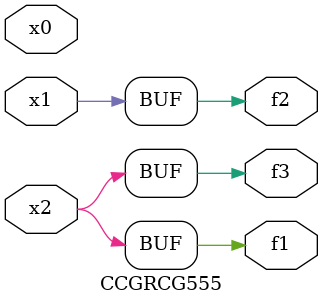
<source format=v>
module CCGRCG555(
	input x0, x1, x2,
	output f1, f2, f3
);
	assign f1 = x2;
	assign f2 = x1;
	assign f3 = x2;
endmodule

</source>
